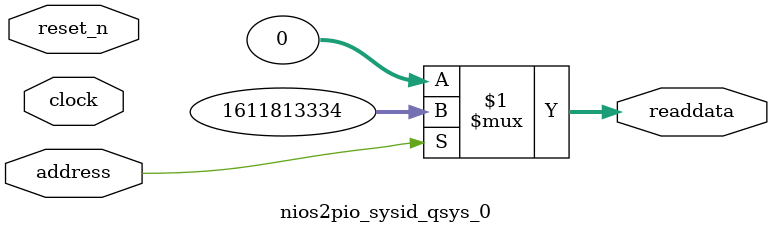
<source format=v>



// synthesis translate_off
`timescale 1ns / 1ps
// synthesis translate_on

// turn off superfluous verilog processor warnings 
// altera message_level Level1 
// altera message_off 10034 10035 10036 10037 10230 10240 10030 

module nios2pio_sysid_qsys_0 (
               // inputs:
                address,
                clock,
                reset_n,

               // outputs:
                readdata
             )
;

  output  [ 31: 0] readdata;
  input            address;
  input            clock;
  input            reset_n;

  wire    [ 31: 0] readdata;
  //control_slave, which is an e_avalon_slave
  assign readdata = address ? 1611813334 : 0;

endmodule



</source>
